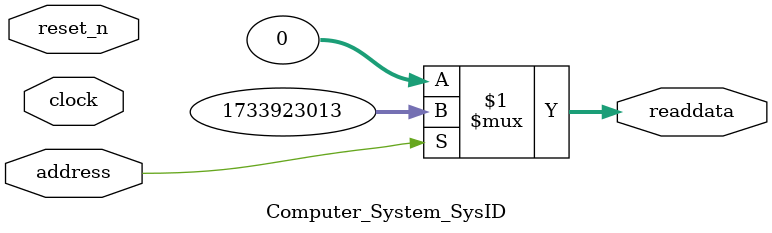
<source format=v>



// synthesis translate_off
`timescale 1ns / 1ps
// synthesis translate_on

// turn off superfluous verilog processor warnings 
// altera message_level Level1 
// altera message_off 10034 10035 10036 10037 10230 10240 10030 

module Computer_System_SysID (
               // inputs:
                address,
                clock,
                reset_n,

               // outputs:
                readdata
             )
;

  output  [ 31: 0] readdata;
  input            address;
  input            clock;
  input            reset_n;

  wire    [ 31: 0] readdata;
  //control_slave, which is an e_avalon_slave
  assign readdata = address ? 1733923013 : 0;

endmodule



</source>
